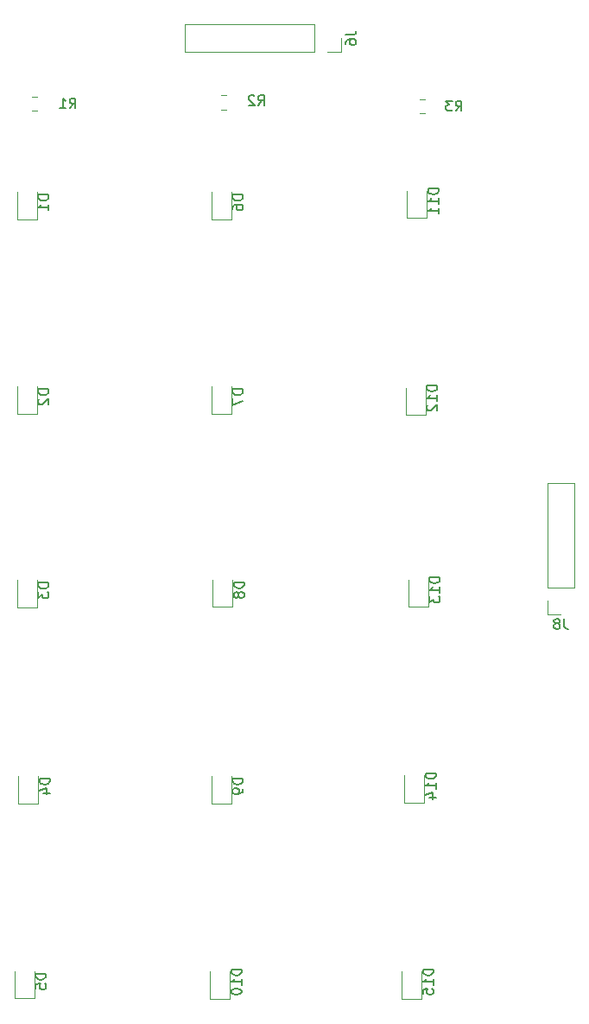
<source format=gbr>
G04 #@! TF.GenerationSoftware,KiCad,Pcbnew,(6.0.0-rc1-dev-113-g3868f21)*
G04 #@! TF.CreationDate,2018-09-11T18:01:50-04:00*
G04 #@! TF.ProjectId,CNCKeypad,434E434B65797061642E6B696361645F,rev?*
G04 #@! TF.SameCoordinates,Original*
G04 #@! TF.FileFunction,Legend,Bot*
G04 #@! TF.FilePolarity,Positive*
%FSLAX46Y46*%
G04 Gerber Fmt 4.6, Leading zero omitted, Abs format (unit mm)*
G04 Created by KiCad (PCBNEW (6.0.0-rc1-dev-113-g3868f21)) date Tuesday, September 11, 2018 at 06:01:50 PM*
%MOMM*%
%LPD*%
G01*
G04 APERTURE LIST*
%ADD10C,0.120000*%
%ADD11C,0.150000*%
G04 APERTURE END LIST*
D10*
G04 #@! TO.C,J6*
X129092000Y-59750000D02*
X129092000Y-58420000D01*
X127762000Y-59750000D02*
X129092000Y-59750000D01*
X126492000Y-59750000D02*
X126492000Y-57090000D01*
X126492000Y-57090000D02*
X113732000Y-57090000D01*
X126492000Y-59750000D02*
X113732000Y-59750000D01*
X113732000Y-59750000D02*
X113732000Y-57090000D01*
G04 #@! TO.C,D1*
X99258000Y-73500500D02*
X99258000Y-76185500D01*
X99258000Y-76185500D02*
X97338000Y-76185500D01*
X97338000Y-76185500D02*
X97338000Y-73500500D01*
G04 #@! TO.C,D2*
X97338000Y-95235500D02*
X97338000Y-92550500D01*
X99258000Y-95235500D02*
X97338000Y-95235500D01*
X99258000Y-92550500D02*
X99258000Y-95235500D01*
G04 #@! TO.C,D3*
X99258000Y-111522000D02*
X99258000Y-114207000D01*
X99258000Y-114207000D02*
X97338000Y-114207000D01*
X97338000Y-114207000D02*
X97338000Y-111522000D01*
G04 #@! TO.C,D4*
X97465000Y-133384000D02*
X97465000Y-130699000D01*
X99385000Y-133384000D02*
X97465000Y-133384000D01*
X99385000Y-130699000D02*
X99385000Y-133384000D01*
G04 #@! TO.C,D5*
X99004000Y-149827500D02*
X99004000Y-152512500D01*
X99004000Y-152512500D02*
X97084000Y-152512500D01*
X97084000Y-152512500D02*
X97084000Y-149827500D01*
G04 #@! TO.C,D6*
X116388000Y-76185500D02*
X116388000Y-73500500D01*
X118308000Y-76185500D02*
X116388000Y-76185500D01*
X118308000Y-73500500D02*
X118308000Y-76185500D01*
G04 #@! TO.C,D7*
X118308000Y-92550500D02*
X118308000Y-95235500D01*
X118308000Y-95235500D02*
X116388000Y-95235500D01*
X116388000Y-95235500D02*
X116388000Y-92550500D01*
G04 #@! TO.C,D8*
X116515000Y-114158500D02*
X116515000Y-111473500D01*
X118435000Y-114158500D02*
X116515000Y-114158500D01*
X118435000Y-111473500D02*
X118435000Y-114158500D01*
G04 #@! TO.C,D9*
X118308000Y-130699000D02*
X118308000Y-133384000D01*
X118308000Y-133384000D02*
X116388000Y-133384000D01*
X116388000Y-133384000D02*
X116388000Y-130699000D01*
G04 #@! TO.C,D10*
X116261000Y-152561000D02*
X116261000Y-149876000D01*
X118181000Y-152561000D02*
X116261000Y-152561000D01*
X118181000Y-149876000D02*
X118181000Y-152561000D01*
G04 #@! TO.C,D11*
X137485000Y-73373500D02*
X137485000Y-76058500D01*
X137485000Y-76058500D02*
X135565000Y-76058500D01*
X135565000Y-76058500D02*
X135565000Y-73373500D01*
G04 #@! TO.C,D12*
X135438000Y-95362500D02*
X135438000Y-92677500D01*
X137358000Y-95362500D02*
X135438000Y-95362500D01*
X137358000Y-92677500D02*
X137358000Y-95362500D01*
G04 #@! TO.C,D13*
X137612000Y-111473500D02*
X137612000Y-114158500D01*
X137612000Y-114158500D02*
X135692000Y-114158500D01*
X135692000Y-114158500D02*
X135692000Y-111473500D01*
G04 #@! TO.C,D14*
X135311000Y-133335500D02*
X135311000Y-130650500D01*
X137231000Y-133335500D02*
X135311000Y-133335500D01*
X137231000Y-130650500D02*
X137231000Y-133335500D01*
G04 #@! TO.C,D15*
X136977000Y-149876000D02*
X136977000Y-152561000D01*
X136977000Y-152561000D02*
X135057000Y-152561000D01*
X135057000Y-152561000D02*
X135057000Y-149876000D01*
G04 #@! TO.C,R1*
X98801422Y-64138500D02*
X99318578Y-64138500D01*
X98801422Y-65558500D02*
X99318578Y-65558500D01*
G04 #@! TO.C,R2*
X117343422Y-64011500D02*
X117860578Y-64011500D01*
X117343422Y-65431500D02*
X117860578Y-65431500D01*
G04 #@! TO.C,R3*
X136774422Y-64392500D02*
X137291578Y-64392500D01*
X136774422Y-65812500D02*
X137291578Y-65812500D01*
G04 #@! TO.C,J8*
X149292000Y-114868000D02*
X150622000Y-114868000D01*
X149292000Y-113538000D02*
X149292000Y-114868000D01*
X149292000Y-112268000D02*
X151952000Y-112268000D01*
X151952000Y-112268000D02*
X151952000Y-102048000D01*
X149292000Y-112268000D02*
X149292000Y-102048000D01*
X149292000Y-102048000D02*
X151952000Y-102048000D01*
G04 #@! TO.C,J6*
D11*
X129544380Y-58086666D02*
X130258666Y-58086666D01*
X130401523Y-58039047D01*
X130496761Y-57943809D01*
X130544380Y-57800952D01*
X130544380Y-57705714D01*
X129544380Y-58991428D02*
X129544380Y-58800952D01*
X129592000Y-58705714D01*
X129639619Y-58658095D01*
X129782476Y-58562857D01*
X129972952Y-58515238D01*
X130353904Y-58515238D01*
X130449142Y-58562857D01*
X130496761Y-58610476D01*
X130544380Y-58705714D01*
X130544380Y-58896190D01*
X130496761Y-58991428D01*
X130449142Y-59039047D01*
X130353904Y-59086666D01*
X130115809Y-59086666D01*
X130020571Y-59039047D01*
X129972952Y-58991428D01*
X129925333Y-58896190D01*
X129925333Y-58705714D01*
X129972952Y-58610476D01*
X130020571Y-58562857D01*
X130115809Y-58515238D01*
G04 #@! TO.C,D1*
X100400380Y-73762404D02*
X99400380Y-73762404D01*
X99400380Y-74000500D01*
X99448000Y-74143357D01*
X99543238Y-74238595D01*
X99638476Y-74286214D01*
X99828952Y-74333833D01*
X99971809Y-74333833D01*
X100162285Y-74286214D01*
X100257523Y-74238595D01*
X100352761Y-74143357D01*
X100400380Y-74000500D01*
X100400380Y-73762404D01*
X100400380Y-75286214D02*
X100400380Y-74714785D01*
X100400380Y-75000500D02*
X99400380Y-75000500D01*
X99543238Y-74905261D01*
X99638476Y-74810023D01*
X99686095Y-74714785D01*
G04 #@! TO.C,D2*
X100400380Y-92812404D02*
X99400380Y-92812404D01*
X99400380Y-93050500D01*
X99448000Y-93193357D01*
X99543238Y-93288595D01*
X99638476Y-93336214D01*
X99828952Y-93383833D01*
X99971809Y-93383833D01*
X100162285Y-93336214D01*
X100257523Y-93288595D01*
X100352761Y-93193357D01*
X100400380Y-93050500D01*
X100400380Y-92812404D01*
X99495619Y-93764785D02*
X99448000Y-93812404D01*
X99400380Y-93907642D01*
X99400380Y-94145738D01*
X99448000Y-94240976D01*
X99495619Y-94288595D01*
X99590857Y-94336214D01*
X99686095Y-94336214D01*
X99828952Y-94288595D01*
X100400380Y-93717166D01*
X100400380Y-94336214D01*
G04 #@! TO.C,D3*
X100400380Y-111783904D02*
X99400380Y-111783904D01*
X99400380Y-112022000D01*
X99448000Y-112164857D01*
X99543238Y-112260095D01*
X99638476Y-112307714D01*
X99828952Y-112355333D01*
X99971809Y-112355333D01*
X100162285Y-112307714D01*
X100257523Y-112260095D01*
X100352761Y-112164857D01*
X100400380Y-112022000D01*
X100400380Y-111783904D01*
X99400380Y-112688666D02*
X99400380Y-113307714D01*
X99781333Y-112974380D01*
X99781333Y-113117238D01*
X99828952Y-113212476D01*
X99876571Y-113260095D01*
X99971809Y-113307714D01*
X100209904Y-113307714D01*
X100305142Y-113260095D01*
X100352761Y-113212476D01*
X100400380Y-113117238D01*
X100400380Y-112831523D01*
X100352761Y-112736285D01*
X100305142Y-112688666D01*
G04 #@! TO.C,D4*
X100527380Y-130960904D02*
X99527380Y-130960904D01*
X99527380Y-131199000D01*
X99575000Y-131341857D01*
X99670238Y-131437095D01*
X99765476Y-131484714D01*
X99955952Y-131532333D01*
X100098809Y-131532333D01*
X100289285Y-131484714D01*
X100384523Y-131437095D01*
X100479761Y-131341857D01*
X100527380Y-131199000D01*
X100527380Y-130960904D01*
X99860714Y-132389476D02*
X100527380Y-132389476D01*
X99479761Y-132151380D02*
X100194047Y-131913285D01*
X100194047Y-132532333D01*
G04 #@! TO.C,D5*
X100146380Y-150089404D02*
X99146380Y-150089404D01*
X99146380Y-150327500D01*
X99194000Y-150470357D01*
X99289238Y-150565595D01*
X99384476Y-150613214D01*
X99574952Y-150660833D01*
X99717809Y-150660833D01*
X99908285Y-150613214D01*
X100003523Y-150565595D01*
X100098761Y-150470357D01*
X100146380Y-150327500D01*
X100146380Y-150089404D01*
X99146380Y-151565595D02*
X99146380Y-151089404D01*
X99622571Y-151041785D01*
X99574952Y-151089404D01*
X99527333Y-151184642D01*
X99527333Y-151422738D01*
X99574952Y-151517976D01*
X99622571Y-151565595D01*
X99717809Y-151613214D01*
X99955904Y-151613214D01*
X100051142Y-151565595D01*
X100098761Y-151517976D01*
X100146380Y-151422738D01*
X100146380Y-151184642D01*
X100098761Y-151089404D01*
X100051142Y-151041785D01*
G04 #@! TO.C,D6*
X119450380Y-73762404D02*
X118450380Y-73762404D01*
X118450380Y-74000500D01*
X118498000Y-74143357D01*
X118593238Y-74238595D01*
X118688476Y-74286214D01*
X118878952Y-74333833D01*
X119021809Y-74333833D01*
X119212285Y-74286214D01*
X119307523Y-74238595D01*
X119402761Y-74143357D01*
X119450380Y-74000500D01*
X119450380Y-73762404D01*
X118450380Y-75190976D02*
X118450380Y-75000500D01*
X118498000Y-74905261D01*
X118545619Y-74857642D01*
X118688476Y-74762404D01*
X118878952Y-74714785D01*
X119259904Y-74714785D01*
X119355142Y-74762404D01*
X119402761Y-74810023D01*
X119450380Y-74905261D01*
X119450380Y-75095738D01*
X119402761Y-75190976D01*
X119355142Y-75238595D01*
X119259904Y-75286214D01*
X119021809Y-75286214D01*
X118926571Y-75238595D01*
X118878952Y-75190976D01*
X118831333Y-75095738D01*
X118831333Y-74905261D01*
X118878952Y-74810023D01*
X118926571Y-74762404D01*
X119021809Y-74714785D01*
G04 #@! TO.C,D7*
X119450380Y-92812404D02*
X118450380Y-92812404D01*
X118450380Y-93050500D01*
X118498000Y-93193357D01*
X118593238Y-93288595D01*
X118688476Y-93336214D01*
X118878952Y-93383833D01*
X119021809Y-93383833D01*
X119212285Y-93336214D01*
X119307523Y-93288595D01*
X119402761Y-93193357D01*
X119450380Y-93050500D01*
X119450380Y-92812404D01*
X118450380Y-93717166D02*
X118450380Y-94383833D01*
X119450380Y-93955261D01*
G04 #@! TO.C,D8*
X119577380Y-111735404D02*
X118577380Y-111735404D01*
X118577380Y-111973500D01*
X118625000Y-112116357D01*
X118720238Y-112211595D01*
X118815476Y-112259214D01*
X119005952Y-112306833D01*
X119148809Y-112306833D01*
X119339285Y-112259214D01*
X119434523Y-112211595D01*
X119529761Y-112116357D01*
X119577380Y-111973500D01*
X119577380Y-111735404D01*
X119005952Y-112878261D02*
X118958333Y-112783023D01*
X118910714Y-112735404D01*
X118815476Y-112687785D01*
X118767857Y-112687785D01*
X118672619Y-112735404D01*
X118625000Y-112783023D01*
X118577380Y-112878261D01*
X118577380Y-113068738D01*
X118625000Y-113163976D01*
X118672619Y-113211595D01*
X118767857Y-113259214D01*
X118815476Y-113259214D01*
X118910714Y-113211595D01*
X118958333Y-113163976D01*
X119005952Y-113068738D01*
X119005952Y-112878261D01*
X119053571Y-112783023D01*
X119101190Y-112735404D01*
X119196428Y-112687785D01*
X119386904Y-112687785D01*
X119482142Y-112735404D01*
X119529761Y-112783023D01*
X119577380Y-112878261D01*
X119577380Y-113068738D01*
X119529761Y-113163976D01*
X119482142Y-113211595D01*
X119386904Y-113259214D01*
X119196428Y-113259214D01*
X119101190Y-113211595D01*
X119053571Y-113163976D01*
X119005952Y-113068738D01*
G04 #@! TO.C,D9*
X119450380Y-130960904D02*
X118450380Y-130960904D01*
X118450380Y-131199000D01*
X118498000Y-131341857D01*
X118593238Y-131437095D01*
X118688476Y-131484714D01*
X118878952Y-131532333D01*
X119021809Y-131532333D01*
X119212285Y-131484714D01*
X119307523Y-131437095D01*
X119402761Y-131341857D01*
X119450380Y-131199000D01*
X119450380Y-130960904D01*
X119450380Y-132008523D02*
X119450380Y-132199000D01*
X119402761Y-132294238D01*
X119355142Y-132341857D01*
X119212285Y-132437095D01*
X119021809Y-132484714D01*
X118640857Y-132484714D01*
X118545619Y-132437095D01*
X118498000Y-132389476D01*
X118450380Y-132294238D01*
X118450380Y-132103761D01*
X118498000Y-132008523D01*
X118545619Y-131960904D01*
X118640857Y-131913285D01*
X118878952Y-131913285D01*
X118974190Y-131960904D01*
X119021809Y-132008523D01*
X119069428Y-132103761D01*
X119069428Y-132294238D01*
X119021809Y-132389476D01*
X118974190Y-132437095D01*
X118878952Y-132484714D01*
G04 #@! TO.C,D10*
X119323380Y-149661714D02*
X118323380Y-149661714D01*
X118323380Y-149899809D01*
X118371000Y-150042666D01*
X118466238Y-150137904D01*
X118561476Y-150185523D01*
X118751952Y-150233142D01*
X118894809Y-150233142D01*
X119085285Y-150185523D01*
X119180523Y-150137904D01*
X119275761Y-150042666D01*
X119323380Y-149899809D01*
X119323380Y-149661714D01*
X119323380Y-151185523D02*
X119323380Y-150614095D01*
X119323380Y-150899809D02*
X118323380Y-150899809D01*
X118466238Y-150804571D01*
X118561476Y-150709333D01*
X118609095Y-150614095D01*
X118323380Y-151804571D02*
X118323380Y-151899809D01*
X118371000Y-151995047D01*
X118418619Y-152042666D01*
X118513857Y-152090285D01*
X118704333Y-152137904D01*
X118942428Y-152137904D01*
X119132904Y-152090285D01*
X119228142Y-152042666D01*
X119275761Y-151995047D01*
X119323380Y-151899809D01*
X119323380Y-151804571D01*
X119275761Y-151709333D01*
X119228142Y-151661714D01*
X119132904Y-151614095D01*
X118942428Y-151566476D01*
X118704333Y-151566476D01*
X118513857Y-151614095D01*
X118418619Y-151661714D01*
X118371000Y-151709333D01*
X118323380Y-151804571D01*
G04 #@! TO.C,D11*
X138627380Y-73159214D02*
X137627380Y-73159214D01*
X137627380Y-73397309D01*
X137675000Y-73540166D01*
X137770238Y-73635404D01*
X137865476Y-73683023D01*
X138055952Y-73730642D01*
X138198809Y-73730642D01*
X138389285Y-73683023D01*
X138484523Y-73635404D01*
X138579761Y-73540166D01*
X138627380Y-73397309D01*
X138627380Y-73159214D01*
X138627380Y-74683023D02*
X138627380Y-74111595D01*
X138627380Y-74397309D02*
X137627380Y-74397309D01*
X137770238Y-74302071D01*
X137865476Y-74206833D01*
X137913095Y-74111595D01*
X138627380Y-75635404D02*
X138627380Y-75063976D01*
X138627380Y-75349690D02*
X137627380Y-75349690D01*
X137770238Y-75254452D01*
X137865476Y-75159214D01*
X137913095Y-75063976D01*
G04 #@! TO.C,D12*
X138500380Y-92463214D02*
X137500380Y-92463214D01*
X137500380Y-92701309D01*
X137548000Y-92844166D01*
X137643238Y-92939404D01*
X137738476Y-92987023D01*
X137928952Y-93034642D01*
X138071809Y-93034642D01*
X138262285Y-92987023D01*
X138357523Y-92939404D01*
X138452761Y-92844166D01*
X138500380Y-92701309D01*
X138500380Y-92463214D01*
X138500380Y-93987023D02*
X138500380Y-93415595D01*
X138500380Y-93701309D02*
X137500380Y-93701309D01*
X137643238Y-93606071D01*
X137738476Y-93510833D01*
X137786095Y-93415595D01*
X137595619Y-94367976D02*
X137548000Y-94415595D01*
X137500380Y-94510833D01*
X137500380Y-94748928D01*
X137548000Y-94844166D01*
X137595619Y-94891785D01*
X137690857Y-94939404D01*
X137786095Y-94939404D01*
X137928952Y-94891785D01*
X138500380Y-94320357D01*
X138500380Y-94939404D01*
G04 #@! TO.C,D13*
X138754380Y-111259214D02*
X137754380Y-111259214D01*
X137754380Y-111497309D01*
X137802000Y-111640166D01*
X137897238Y-111735404D01*
X137992476Y-111783023D01*
X138182952Y-111830642D01*
X138325809Y-111830642D01*
X138516285Y-111783023D01*
X138611523Y-111735404D01*
X138706761Y-111640166D01*
X138754380Y-111497309D01*
X138754380Y-111259214D01*
X138754380Y-112783023D02*
X138754380Y-112211595D01*
X138754380Y-112497309D02*
X137754380Y-112497309D01*
X137897238Y-112402071D01*
X137992476Y-112306833D01*
X138040095Y-112211595D01*
X137754380Y-113116357D02*
X137754380Y-113735404D01*
X138135333Y-113402071D01*
X138135333Y-113544928D01*
X138182952Y-113640166D01*
X138230571Y-113687785D01*
X138325809Y-113735404D01*
X138563904Y-113735404D01*
X138659142Y-113687785D01*
X138706761Y-113640166D01*
X138754380Y-113544928D01*
X138754380Y-113259214D01*
X138706761Y-113163976D01*
X138659142Y-113116357D01*
G04 #@! TO.C,D14*
X138373380Y-130436214D02*
X137373380Y-130436214D01*
X137373380Y-130674309D01*
X137421000Y-130817166D01*
X137516238Y-130912404D01*
X137611476Y-130960023D01*
X137801952Y-131007642D01*
X137944809Y-131007642D01*
X138135285Y-130960023D01*
X138230523Y-130912404D01*
X138325761Y-130817166D01*
X138373380Y-130674309D01*
X138373380Y-130436214D01*
X138373380Y-131960023D02*
X138373380Y-131388595D01*
X138373380Y-131674309D02*
X137373380Y-131674309D01*
X137516238Y-131579071D01*
X137611476Y-131483833D01*
X137659095Y-131388595D01*
X137706714Y-132817166D02*
X138373380Y-132817166D01*
X137325761Y-132579071D02*
X138040047Y-132340976D01*
X138040047Y-132960023D01*
G04 #@! TO.C,D15*
X138119380Y-149661714D02*
X137119380Y-149661714D01*
X137119380Y-149899809D01*
X137167000Y-150042666D01*
X137262238Y-150137904D01*
X137357476Y-150185523D01*
X137547952Y-150233142D01*
X137690809Y-150233142D01*
X137881285Y-150185523D01*
X137976523Y-150137904D01*
X138071761Y-150042666D01*
X138119380Y-149899809D01*
X138119380Y-149661714D01*
X138119380Y-151185523D02*
X138119380Y-150614095D01*
X138119380Y-150899809D02*
X137119380Y-150899809D01*
X137262238Y-150804571D01*
X137357476Y-150709333D01*
X137405095Y-150614095D01*
X137119380Y-152090285D02*
X137119380Y-151614095D01*
X137595571Y-151566476D01*
X137547952Y-151614095D01*
X137500333Y-151709333D01*
X137500333Y-151947428D01*
X137547952Y-152042666D01*
X137595571Y-152090285D01*
X137690809Y-152137904D01*
X137928904Y-152137904D01*
X138024142Y-152090285D01*
X138071761Y-152042666D01*
X138119380Y-151947428D01*
X138119380Y-151709333D01*
X138071761Y-151614095D01*
X138024142Y-151566476D01*
G04 #@! TO.C,R1*
X102480166Y-65300880D02*
X102813500Y-64824690D01*
X103051595Y-65300880D02*
X103051595Y-64300880D01*
X102670642Y-64300880D01*
X102575404Y-64348500D01*
X102527785Y-64396119D01*
X102480166Y-64491357D01*
X102480166Y-64634214D01*
X102527785Y-64729452D01*
X102575404Y-64777071D01*
X102670642Y-64824690D01*
X103051595Y-64824690D01*
X101527785Y-65300880D02*
X102099214Y-65300880D01*
X101813500Y-65300880D02*
X101813500Y-64300880D01*
X101908738Y-64443738D01*
X102003976Y-64538976D01*
X102099214Y-64586595D01*
G04 #@! TO.C,R2*
X120943666Y-64998380D02*
X121277000Y-64522190D01*
X121515095Y-64998380D02*
X121515095Y-63998380D01*
X121134142Y-63998380D01*
X121038904Y-64046000D01*
X120991285Y-64093619D01*
X120943666Y-64188857D01*
X120943666Y-64331714D01*
X120991285Y-64426952D01*
X121038904Y-64474571D01*
X121134142Y-64522190D01*
X121515095Y-64522190D01*
X120562714Y-64093619D02*
X120515095Y-64046000D01*
X120419857Y-63998380D01*
X120181761Y-63998380D01*
X120086523Y-64046000D01*
X120038904Y-64093619D01*
X119991285Y-64188857D01*
X119991285Y-64284095D01*
X120038904Y-64426952D01*
X120610333Y-64998380D01*
X119991285Y-64998380D01*
G04 #@! TO.C,R3*
X140326166Y-65554880D02*
X140659500Y-65078690D01*
X140897595Y-65554880D02*
X140897595Y-64554880D01*
X140516642Y-64554880D01*
X140421404Y-64602500D01*
X140373785Y-64650119D01*
X140326166Y-64745357D01*
X140326166Y-64888214D01*
X140373785Y-64983452D01*
X140421404Y-65031071D01*
X140516642Y-65078690D01*
X140897595Y-65078690D01*
X139992833Y-64554880D02*
X139373785Y-64554880D01*
X139707119Y-64935833D01*
X139564261Y-64935833D01*
X139469023Y-64983452D01*
X139421404Y-65031071D01*
X139373785Y-65126309D01*
X139373785Y-65364404D01*
X139421404Y-65459642D01*
X139469023Y-65507261D01*
X139564261Y-65554880D01*
X139849976Y-65554880D01*
X139945214Y-65507261D01*
X139992833Y-65459642D01*
G04 #@! TO.C,J8*
X150955333Y-115320380D02*
X150955333Y-116034666D01*
X151002952Y-116177523D01*
X151098190Y-116272761D01*
X151241047Y-116320380D01*
X151336285Y-116320380D01*
X150336285Y-115748952D02*
X150431523Y-115701333D01*
X150479142Y-115653714D01*
X150526761Y-115558476D01*
X150526761Y-115510857D01*
X150479142Y-115415619D01*
X150431523Y-115368000D01*
X150336285Y-115320380D01*
X150145809Y-115320380D01*
X150050571Y-115368000D01*
X150002952Y-115415619D01*
X149955333Y-115510857D01*
X149955333Y-115558476D01*
X150002952Y-115653714D01*
X150050571Y-115701333D01*
X150145809Y-115748952D01*
X150336285Y-115748952D01*
X150431523Y-115796571D01*
X150479142Y-115844190D01*
X150526761Y-115939428D01*
X150526761Y-116129904D01*
X150479142Y-116225142D01*
X150431523Y-116272761D01*
X150336285Y-116320380D01*
X150145809Y-116320380D01*
X150050571Y-116272761D01*
X150002952Y-116225142D01*
X149955333Y-116129904D01*
X149955333Y-115939428D01*
X150002952Y-115844190D01*
X150050571Y-115796571D01*
X150145809Y-115748952D01*
G04 #@! TD*
M02*

</source>
